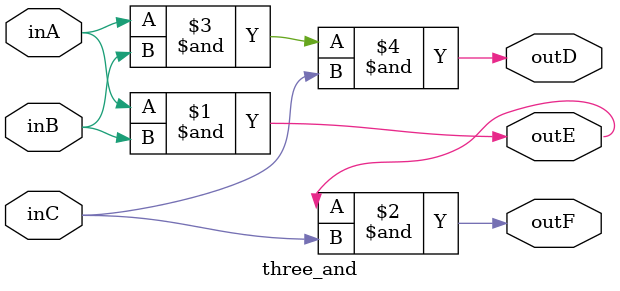
<source format=v>
`timescale 1ns / 1ps

module three_and(inA, inB, inC, outD, outE, outF);

input inA, inB, inC;
output outD, outE, outF;

assign outE = inA & inB;
assign outF = outE & inC;
assign outD = inA & inB & inC;

endmodule
</source>
